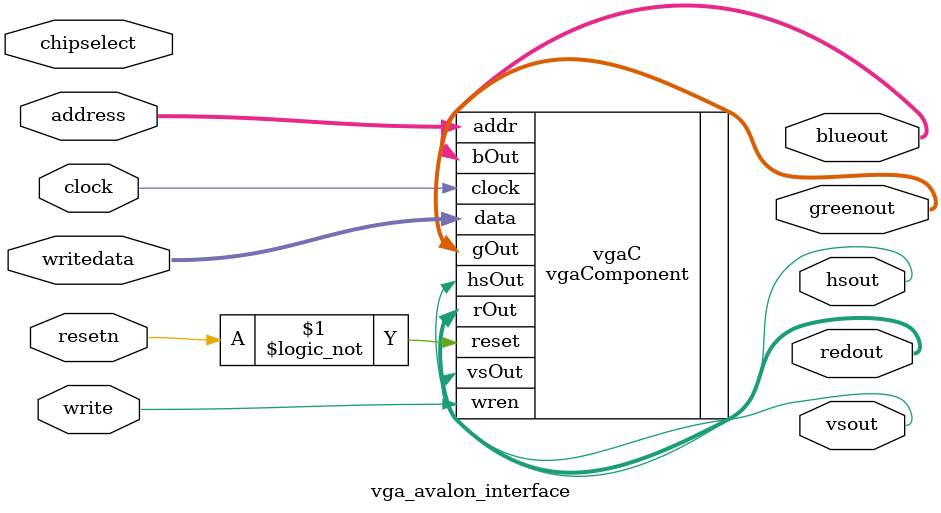
<source format=v>
module vga_avalon_interface(
	clock,
	resetn,
	chipselect,
	write,
	address,
	writedata,
	redout,
	greenout,
	blueout,
	hsout,
	vsout
);
	
	// signals for connecting to the Avalon fabric
	input clock, resetn, chipselect, write;
	input [16:0] address;
	input [15:0] writedata;
	output [7:0] redout;
	output [7:0] greenout;
	output [7:0] blueout;
	output hsout, vsout;
	
	vgaComponent vgaC(
		.clock(clock),
		.reset(!resetn),
		.data(writedata),
		.addr(address),
		.wren(write),
		.rOut(redout),
		.gOut(greenout),
		.bOut(blueout),
		.hsOut(hsout),
		.vsOut(vsout)
	);
endmodule

</source>
